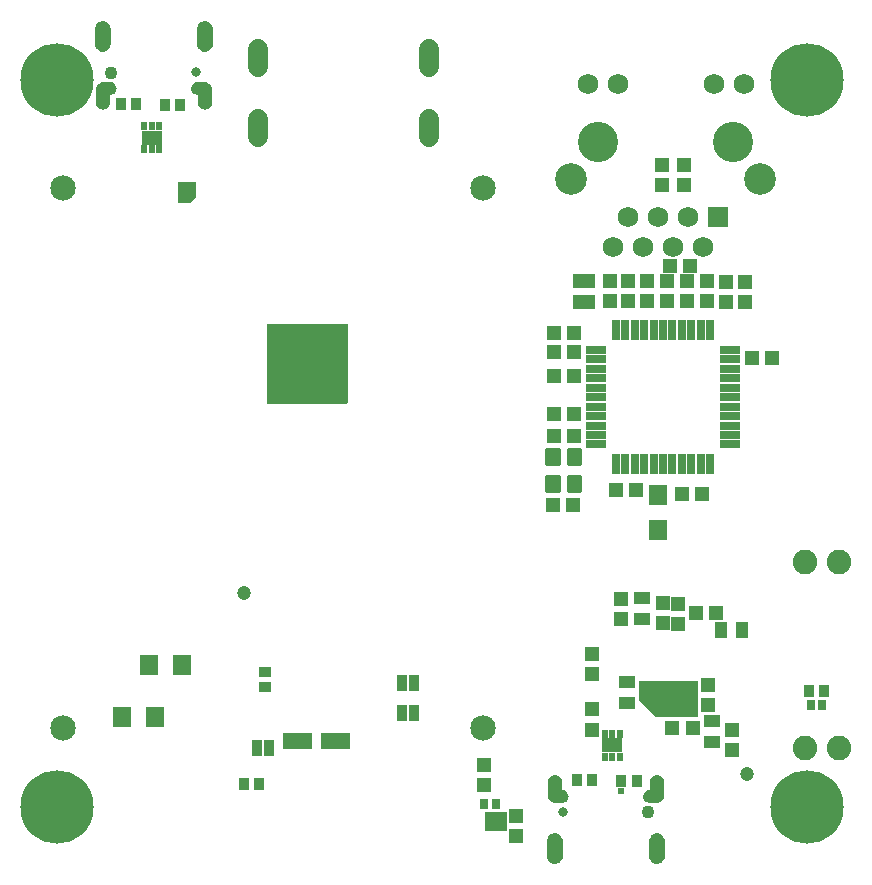
<source format=gbr>
G04 EAGLE Gerber RS-274X export*
G75*
%MOMM*%
%FSLAX34Y34*%
%LPD*%
%INSoldermask Bottom*%
%IPPOS*%
%AMOC8*
5,1,8,0,0,1.08239X$1,22.5*%
G01*
%ADD10C,2.153200*%
%ADD11C,1.701800*%
%ADD12C,1.103200*%
%ADD13C,1.203200*%
%ADD14R,0.838200X1.473200*%
%ADD15C,0.803200*%
%ADD16R,1.603200X1.803200*%
%ADD17R,0.903200X1.103200*%
%ADD18C,2.082800*%
%ADD19R,0.503200X0.653200*%
%ADD20R,1.803200X1.203200*%
%ADD21R,1.203200X1.303200*%
%ADD22R,1.303200X1.203200*%
%ADD23R,1.403200X1.003200*%
%ADD24R,1.003200X1.403200*%
%ADD25R,0.803200X0.903200*%
%ADD26R,1.103200X0.903200*%
%ADD27R,1.983200X1.223200*%
%ADD28R,1.727200X1.727200*%
%ADD29C,1.727200*%
%ADD30C,2.679700*%
%ADD31C,3.403600*%
%ADD32R,1.703200X0.753200*%
%ADD33R,0.753200X1.703200*%
%ADD34C,0.312766*%
%ADD35C,6.203200*%
%ADD36C,0.609600*%

G36*
X290020Y396242D02*
X290020Y396242D01*
X290039Y396240D01*
X290141Y396262D01*
X290243Y396279D01*
X290260Y396288D01*
X290280Y396292D01*
X290369Y396345D01*
X290460Y396394D01*
X290474Y396408D01*
X290491Y396418D01*
X290558Y396497D01*
X290630Y396572D01*
X290638Y396590D01*
X290651Y396605D01*
X290690Y396701D01*
X290733Y396795D01*
X290735Y396815D01*
X290743Y396833D01*
X290761Y397000D01*
X290761Y463000D01*
X290758Y463020D01*
X290760Y463039D01*
X290738Y463141D01*
X290722Y463243D01*
X290712Y463260D01*
X290708Y463280D01*
X290655Y463369D01*
X290606Y463460D01*
X290592Y463474D01*
X290582Y463491D01*
X290503Y463558D01*
X290428Y463630D01*
X290410Y463638D01*
X290395Y463651D01*
X290299Y463690D01*
X290205Y463733D01*
X290185Y463735D01*
X290167Y463743D01*
X290000Y463761D01*
X223000Y463761D01*
X222980Y463758D01*
X222961Y463760D01*
X222859Y463738D01*
X222757Y463722D01*
X222740Y463712D01*
X222720Y463708D01*
X222631Y463655D01*
X222540Y463606D01*
X222526Y463592D01*
X222509Y463582D01*
X222442Y463503D01*
X222371Y463428D01*
X222362Y463410D01*
X222349Y463395D01*
X222310Y463299D01*
X222267Y463205D01*
X222265Y463185D01*
X222257Y463167D01*
X222239Y463000D01*
X222239Y397000D01*
X222242Y396980D01*
X222240Y396961D01*
X222262Y396859D01*
X222279Y396757D01*
X222288Y396740D01*
X222292Y396720D01*
X222345Y396631D01*
X222394Y396540D01*
X222408Y396526D01*
X222418Y396509D01*
X222497Y396442D01*
X222572Y396371D01*
X222590Y396362D01*
X222605Y396349D01*
X222701Y396310D01*
X222795Y396267D01*
X222815Y396265D01*
X222833Y396257D01*
X223000Y396239D01*
X290000Y396239D01*
X290020Y396242D01*
G37*
G36*
X587020Y131242D02*
X587020Y131242D01*
X587039Y131240D01*
X587141Y131262D01*
X587243Y131279D01*
X587260Y131288D01*
X587280Y131292D01*
X587369Y131345D01*
X587460Y131394D01*
X587474Y131408D01*
X587491Y131418D01*
X587558Y131497D01*
X587630Y131572D01*
X587638Y131590D01*
X587651Y131605D01*
X587690Y131701D01*
X587733Y131795D01*
X587735Y131815D01*
X587743Y131833D01*
X587761Y132000D01*
X587761Y161000D01*
X587758Y161020D01*
X587760Y161039D01*
X587738Y161141D01*
X587722Y161243D01*
X587712Y161260D01*
X587708Y161280D01*
X587655Y161369D01*
X587606Y161460D01*
X587592Y161474D01*
X587582Y161491D01*
X587503Y161558D01*
X587428Y161630D01*
X587410Y161638D01*
X587395Y161651D01*
X587299Y161690D01*
X587205Y161733D01*
X587185Y161735D01*
X587167Y161743D01*
X587000Y161761D01*
X538000Y161761D01*
X537980Y161758D01*
X537961Y161760D01*
X537859Y161738D01*
X537757Y161722D01*
X537740Y161712D01*
X537720Y161708D01*
X537631Y161655D01*
X537540Y161606D01*
X537526Y161592D01*
X537509Y161582D01*
X537442Y161503D01*
X537371Y161428D01*
X537362Y161410D01*
X537349Y161395D01*
X537310Y161299D01*
X537267Y161205D01*
X537265Y161185D01*
X537257Y161167D01*
X537239Y161000D01*
X537239Y145610D01*
X537254Y145520D01*
X537261Y145429D01*
X537273Y145399D01*
X537279Y145367D01*
X537321Y145287D01*
X537357Y145203D01*
X537383Y145171D01*
X537394Y145150D01*
X537417Y145128D01*
X537462Y145072D01*
X551072Y131462D01*
X551146Y131409D01*
X551215Y131349D01*
X551245Y131337D01*
X551271Y131318D01*
X551358Y131291D01*
X551443Y131257D01*
X551484Y131253D01*
X551507Y131246D01*
X551539Y131247D01*
X551610Y131239D01*
X587000Y131239D01*
X587020Y131242D01*
G37*
G36*
X472233Y58073D02*
X472233Y58073D01*
X472235Y58071D01*
X473308Y58177D01*
X473313Y58182D01*
X473317Y58179D01*
X474349Y58492D01*
X474353Y58497D01*
X474358Y58495D01*
X475309Y59003D01*
X475312Y59010D01*
X475317Y59009D01*
X476150Y59693D01*
X476152Y59700D01*
X476157Y59700D01*
X476841Y60533D01*
X476841Y60540D01*
X476847Y60541D01*
X477355Y61492D01*
X477354Y61499D01*
X477358Y61501D01*
X477671Y62533D01*
X477670Y62537D01*
X477672Y62539D01*
X477671Y62541D01*
X477673Y62542D01*
X477779Y63615D01*
X477775Y63621D01*
X477779Y63625D01*
X477673Y64698D01*
X477668Y64703D01*
X477671Y64707D01*
X477358Y65739D01*
X477353Y65743D01*
X477355Y65748D01*
X476847Y66699D01*
X476840Y66702D01*
X476841Y66707D01*
X476157Y67540D01*
X476150Y67542D01*
X476150Y67547D01*
X475317Y68231D01*
X475310Y68231D01*
X475309Y68237D01*
X474358Y68745D01*
X474351Y68744D01*
X474349Y68748D01*
X473317Y69061D01*
X473311Y69059D01*
X473308Y69063D01*
X472279Y69165D01*
X472279Y75520D01*
X472277Y75523D01*
X472279Y75525D01*
X472164Y76695D01*
X472159Y76701D01*
X472162Y76705D01*
X471820Y77830D01*
X471815Y77835D01*
X471817Y77839D01*
X471262Y78877D01*
X471256Y78880D01*
X471257Y78885D01*
X470511Y79794D01*
X470504Y79796D01*
X470504Y79801D01*
X469595Y80547D01*
X469587Y80547D01*
X469587Y80552D01*
X468549Y81107D01*
X468542Y81106D01*
X468540Y81110D01*
X467415Y81452D01*
X467408Y81449D01*
X467405Y81454D01*
X466235Y81569D01*
X466233Y81568D01*
X466233Y81569D01*
X466227Y81569D01*
X466226Y81568D01*
X466225Y81569D01*
X465055Y81454D01*
X465049Y81449D01*
X465045Y81452D01*
X463920Y81110D01*
X463915Y81105D01*
X463911Y81107D01*
X462873Y80552D01*
X462870Y80546D01*
X462865Y80547D01*
X461956Y79801D01*
X461954Y79794D01*
X461949Y79794D01*
X461203Y78885D01*
X461203Y78877D01*
X461198Y78877D01*
X460643Y77839D01*
X460644Y77832D01*
X460640Y77830D01*
X460598Y77692D01*
X460597Y77692D01*
X460403Y77051D01*
X460298Y76705D01*
X460301Y76698D01*
X460296Y76695D01*
X460181Y75525D01*
X460183Y75522D01*
X460181Y75520D01*
X460181Y64520D01*
X460183Y64517D01*
X460181Y64515D01*
X460296Y63345D01*
X460301Y63339D01*
X460298Y63335D01*
X460640Y62210D01*
X460645Y62205D01*
X460643Y62201D01*
X461198Y61163D01*
X461204Y61160D01*
X461203Y61155D01*
X461949Y60246D01*
X461956Y60244D01*
X461956Y60239D01*
X462865Y59493D01*
X462873Y59493D01*
X462873Y59488D01*
X463407Y59202D01*
X463643Y59009D01*
X463650Y59009D01*
X463651Y59003D01*
X464602Y58495D01*
X464609Y58496D01*
X464611Y58492D01*
X465643Y58179D01*
X465650Y58181D01*
X465652Y58177D01*
X466725Y58071D01*
X466728Y58073D01*
X466730Y58071D01*
X472230Y58071D01*
X472233Y58073D01*
G37*
G36*
X552133Y58073D02*
X552133Y58073D01*
X552135Y58071D01*
X553208Y58177D01*
X553213Y58182D01*
X553217Y58179D01*
X554249Y58492D01*
X554253Y58497D01*
X554258Y58495D01*
X555209Y59003D01*
X555212Y59010D01*
X555217Y59009D01*
X555453Y59202D01*
X555987Y59488D01*
X555990Y59494D01*
X555995Y59493D01*
X556904Y60239D01*
X556906Y60246D01*
X556911Y60246D01*
X557657Y61155D01*
X557657Y61163D01*
X557662Y61163D01*
X558217Y62201D01*
X558216Y62208D01*
X558220Y62210D01*
X558337Y62594D01*
X558531Y63235D01*
X558562Y63335D01*
X558559Y63342D01*
X558564Y63345D01*
X558679Y64515D01*
X558677Y64518D01*
X558679Y64520D01*
X558679Y75520D01*
X558677Y75523D01*
X558679Y75525D01*
X558564Y76695D01*
X558559Y76701D01*
X558562Y76705D01*
X558220Y77830D01*
X558215Y77835D01*
X558217Y77839D01*
X557662Y78877D01*
X557656Y78880D01*
X557657Y78885D01*
X556911Y79794D01*
X556904Y79796D01*
X556904Y79801D01*
X555995Y80547D01*
X555987Y80547D01*
X555987Y80552D01*
X554949Y81107D01*
X554942Y81106D01*
X554940Y81110D01*
X553815Y81452D01*
X553808Y81449D01*
X553805Y81454D01*
X552635Y81569D01*
X552633Y81568D01*
X552633Y81569D01*
X552627Y81569D01*
X552626Y81568D01*
X552625Y81569D01*
X551455Y81454D01*
X551449Y81449D01*
X551445Y81452D01*
X550320Y81110D01*
X550315Y81105D01*
X550311Y81107D01*
X549273Y80552D01*
X549270Y80546D01*
X549265Y80547D01*
X548356Y79801D01*
X548354Y79794D01*
X548349Y79794D01*
X547603Y78885D01*
X547603Y78877D01*
X547598Y78877D01*
X547043Y77839D01*
X547044Y77832D01*
X547040Y77830D01*
X546998Y77692D01*
X546997Y77692D01*
X546803Y77051D01*
X546698Y76705D01*
X546701Y76698D01*
X546696Y76695D01*
X546581Y75525D01*
X546583Y75522D01*
X546581Y75520D01*
X546581Y69165D01*
X545552Y69063D01*
X545547Y69058D01*
X545543Y69061D01*
X544511Y68748D01*
X544507Y68743D01*
X544502Y68745D01*
X543551Y68237D01*
X543548Y68230D01*
X543543Y68231D01*
X542710Y67547D01*
X542708Y67540D01*
X542703Y67540D01*
X542019Y66707D01*
X542019Y66700D01*
X542013Y66699D01*
X541505Y65748D01*
X541506Y65741D01*
X541502Y65739D01*
X541189Y64707D01*
X541191Y64701D01*
X541187Y64698D01*
X541081Y63625D01*
X541085Y63619D01*
X541081Y63615D01*
X541187Y62542D01*
X541192Y62537D01*
X541189Y62533D01*
X541502Y61501D01*
X541507Y61497D01*
X541505Y61492D01*
X542013Y60541D01*
X542020Y60538D01*
X542019Y60533D01*
X542703Y59700D01*
X542710Y59698D01*
X542710Y59693D01*
X543543Y59009D01*
X543550Y59009D01*
X543551Y59003D01*
X544502Y58495D01*
X544509Y58496D01*
X544511Y58492D01*
X545543Y58179D01*
X545550Y58181D01*
X545552Y58177D01*
X546625Y58071D01*
X546628Y58073D01*
X546630Y58071D01*
X552130Y58071D01*
X552133Y58073D01*
G37*
G36*
X84675Y645216D02*
X84675Y645216D01*
X84681Y645221D01*
X84685Y645218D01*
X85810Y645560D01*
X85815Y645565D01*
X85819Y645563D01*
X86857Y646118D01*
X86860Y646124D01*
X86865Y646123D01*
X87774Y646869D01*
X87776Y646876D01*
X87781Y646876D01*
X88527Y647785D01*
X88527Y647793D01*
X88532Y647793D01*
X89087Y648831D01*
X89086Y648838D01*
X89090Y648840D01*
X89207Y649224D01*
X89401Y649865D01*
X89432Y649965D01*
X89429Y649972D01*
X89434Y649975D01*
X89549Y651145D01*
X89547Y651148D01*
X89549Y651150D01*
X89549Y657505D01*
X90578Y657607D01*
X90583Y657612D01*
X90587Y657609D01*
X91619Y657922D01*
X91623Y657927D01*
X91628Y657925D01*
X92579Y658433D01*
X92582Y658440D01*
X92587Y658439D01*
X93420Y659123D01*
X93422Y659130D01*
X93427Y659130D01*
X94111Y659963D01*
X94111Y659970D01*
X94117Y659971D01*
X94625Y660922D01*
X94624Y660929D01*
X94628Y660931D01*
X94941Y661963D01*
X94940Y661967D01*
X94942Y661969D01*
X94941Y661971D01*
X94943Y661972D01*
X95049Y663045D01*
X95045Y663051D01*
X95049Y663055D01*
X94943Y664128D01*
X94938Y664133D01*
X94941Y664137D01*
X94628Y665169D01*
X94623Y665173D01*
X94625Y665178D01*
X94117Y666129D01*
X94110Y666132D01*
X94111Y666137D01*
X93427Y666970D01*
X93420Y666972D01*
X93420Y666977D01*
X92587Y667661D01*
X92580Y667661D01*
X92579Y667667D01*
X91628Y668175D01*
X91621Y668174D01*
X91619Y668178D01*
X90587Y668491D01*
X90581Y668489D01*
X90578Y668493D01*
X89505Y668599D01*
X89502Y668597D01*
X89500Y668599D01*
X84000Y668599D01*
X83997Y668597D01*
X83995Y668599D01*
X82922Y668493D01*
X82917Y668488D01*
X82913Y668491D01*
X81881Y668178D01*
X81877Y668173D01*
X81872Y668175D01*
X80921Y667667D01*
X80918Y667660D01*
X80913Y667661D01*
X80677Y667468D01*
X80143Y667182D01*
X80140Y667176D01*
X80135Y667177D01*
X79226Y666431D01*
X79224Y666424D01*
X79219Y666424D01*
X78473Y665515D01*
X78473Y665507D01*
X78468Y665507D01*
X77913Y664469D01*
X77914Y664462D01*
X77910Y664460D01*
X77868Y664322D01*
X77867Y664322D01*
X77673Y663681D01*
X77568Y663335D01*
X77571Y663328D01*
X77566Y663325D01*
X77451Y662155D01*
X77453Y662152D01*
X77451Y662150D01*
X77451Y651150D01*
X77453Y651147D01*
X77451Y651145D01*
X77566Y649975D01*
X77571Y649969D01*
X77568Y649965D01*
X77910Y648840D01*
X77915Y648835D01*
X77913Y648831D01*
X78468Y647793D01*
X78474Y647790D01*
X78473Y647785D01*
X79219Y646876D01*
X79226Y646874D01*
X79226Y646869D01*
X80135Y646123D01*
X80143Y646123D01*
X80143Y646118D01*
X81181Y645563D01*
X81188Y645564D01*
X81190Y645560D01*
X82315Y645218D01*
X82322Y645221D01*
X82325Y645216D01*
X83495Y645101D01*
X83501Y645105D01*
X83505Y645101D01*
X84675Y645216D01*
G37*
G36*
X171075Y645216D02*
X171075Y645216D01*
X171081Y645221D01*
X171085Y645218D01*
X172210Y645560D01*
X172215Y645565D01*
X172219Y645563D01*
X173257Y646118D01*
X173260Y646124D01*
X173265Y646123D01*
X174174Y646869D01*
X174176Y646876D01*
X174181Y646876D01*
X174927Y647785D01*
X174927Y647793D01*
X174932Y647793D01*
X175487Y648831D01*
X175486Y648838D01*
X175490Y648840D01*
X175607Y649224D01*
X175801Y649865D01*
X175832Y649965D01*
X175829Y649972D01*
X175834Y649975D01*
X175949Y651145D01*
X175947Y651148D01*
X175949Y651150D01*
X175949Y662150D01*
X175947Y662153D01*
X175949Y662155D01*
X175834Y663325D01*
X175829Y663331D01*
X175832Y663335D01*
X175490Y664460D01*
X175485Y664465D01*
X175487Y664469D01*
X174932Y665507D01*
X174926Y665510D01*
X174927Y665515D01*
X174181Y666424D01*
X174174Y666426D01*
X174174Y666431D01*
X173265Y667177D01*
X173257Y667177D01*
X173257Y667182D01*
X172723Y667468D01*
X172487Y667661D01*
X172480Y667661D01*
X172479Y667667D01*
X171528Y668175D01*
X171521Y668174D01*
X171519Y668178D01*
X170487Y668491D01*
X170481Y668489D01*
X170478Y668493D01*
X169405Y668599D01*
X169402Y668597D01*
X169400Y668599D01*
X163900Y668599D01*
X163897Y668597D01*
X163895Y668599D01*
X162822Y668493D01*
X162817Y668488D01*
X162813Y668491D01*
X161781Y668178D01*
X161777Y668173D01*
X161772Y668175D01*
X160821Y667667D01*
X160818Y667660D01*
X160813Y667661D01*
X159980Y666977D01*
X159978Y666970D01*
X159973Y666970D01*
X159289Y666137D01*
X159289Y666130D01*
X159283Y666129D01*
X158775Y665178D01*
X158776Y665171D01*
X158772Y665169D01*
X158459Y664137D01*
X158461Y664131D01*
X158457Y664128D01*
X158351Y663055D01*
X158355Y663049D01*
X158351Y663045D01*
X158457Y661972D01*
X158462Y661967D01*
X158459Y661963D01*
X158772Y660931D01*
X158777Y660927D01*
X158775Y660922D01*
X159283Y659971D01*
X159290Y659968D01*
X159289Y659963D01*
X159973Y659130D01*
X159980Y659128D01*
X159980Y659123D01*
X160813Y658439D01*
X160820Y658439D01*
X160821Y658433D01*
X161772Y657925D01*
X161779Y657926D01*
X161781Y657922D01*
X162813Y657609D01*
X162820Y657611D01*
X162822Y657607D01*
X163851Y657505D01*
X163851Y651150D01*
X163853Y651147D01*
X163851Y651145D01*
X163966Y649975D01*
X163971Y649969D01*
X163968Y649965D01*
X164310Y648840D01*
X164315Y648835D01*
X164313Y648831D01*
X164868Y647793D01*
X164874Y647790D01*
X164873Y647785D01*
X165619Y646876D01*
X165626Y646874D01*
X165626Y646869D01*
X166535Y646123D01*
X166543Y646123D01*
X166543Y646118D01*
X167581Y645563D01*
X167588Y645564D01*
X167590Y645560D01*
X168715Y645218D01*
X168722Y645221D01*
X168725Y645216D01*
X169895Y645101D01*
X169901Y645105D01*
X169905Y645101D01*
X171075Y645216D01*
G37*
G36*
X425020Y34242D02*
X425020Y34242D01*
X425039Y34240D01*
X425141Y34262D01*
X425243Y34279D01*
X425260Y34288D01*
X425280Y34292D01*
X425369Y34345D01*
X425460Y34394D01*
X425474Y34408D01*
X425491Y34418D01*
X425558Y34497D01*
X425630Y34572D01*
X425638Y34590D01*
X425651Y34605D01*
X425690Y34701D01*
X425733Y34795D01*
X425735Y34815D01*
X425743Y34833D01*
X425761Y35000D01*
X425761Y50000D01*
X425758Y50020D01*
X425760Y50039D01*
X425738Y50141D01*
X425722Y50243D01*
X425712Y50260D01*
X425708Y50280D01*
X425655Y50369D01*
X425606Y50460D01*
X425592Y50474D01*
X425582Y50491D01*
X425503Y50558D01*
X425428Y50630D01*
X425410Y50638D01*
X425395Y50651D01*
X425299Y50690D01*
X425205Y50733D01*
X425185Y50735D01*
X425167Y50743D01*
X425000Y50761D01*
X408000Y50761D01*
X407980Y50758D01*
X407961Y50760D01*
X407859Y50738D01*
X407757Y50722D01*
X407740Y50712D01*
X407720Y50708D01*
X407631Y50655D01*
X407540Y50606D01*
X407526Y50592D01*
X407509Y50582D01*
X407442Y50503D01*
X407371Y50428D01*
X407362Y50410D01*
X407349Y50395D01*
X407310Y50299D01*
X407267Y50205D01*
X407265Y50185D01*
X407257Y50167D01*
X407239Y50000D01*
X407239Y35000D01*
X407242Y34980D01*
X407240Y34961D01*
X407262Y34859D01*
X407279Y34757D01*
X407288Y34740D01*
X407292Y34720D01*
X407345Y34631D01*
X407394Y34540D01*
X407408Y34526D01*
X407418Y34509D01*
X407497Y34442D01*
X407572Y34371D01*
X407590Y34362D01*
X407605Y34349D01*
X407701Y34310D01*
X407795Y34267D01*
X407815Y34265D01*
X407833Y34257D01*
X408000Y34239D01*
X425000Y34239D01*
X425020Y34242D01*
G37*
G36*
X84773Y694226D02*
X84773Y694226D01*
X84778Y694231D01*
X84782Y694228D01*
X86002Y694598D01*
X86006Y694604D01*
X86011Y694601D01*
X87134Y695202D01*
X87137Y695209D01*
X87142Y695207D01*
X88127Y696016D01*
X88129Y696023D01*
X88134Y696023D01*
X88943Y697008D01*
X88943Y697015D01*
X88948Y697016D01*
X89549Y698139D01*
X89548Y698147D01*
X89552Y698148D01*
X89922Y699368D01*
X89920Y699374D01*
X89924Y699377D01*
X90049Y700645D01*
X90047Y700648D01*
X90049Y700650D01*
X90049Y713650D01*
X90047Y713653D01*
X90049Y713655D01*
X89924Y714923D01*
X89919Y714928D01*
X89922Y714932D01*
X89552Y716152D01*
X89547Y716156D01*
X89549Y716161D01*
X88948Y717284D01*
X88941Y717287D01*
X88943Y717292D01*
X88134Y718277D01*
X88127Y718279D01*
X88127Y718284D01*
X87142Y719093D01*
X87135Y719093D01*
X87134Y719098D01*
X86011Y719699D01*
X86004Y719698D01*
X86002Y719702D01*
X84782Y720072D01*
X84776Y720070D01*
X84773Y720074D01*
X83505Y720199D01*
X83499Y720195D01*
X83495Y720199D01*
X82227Y720074D01*
X82222Y720069D01*
X82218Y720072D01*
X80998Y719702D01*
X80994Y719697D01*
X80989Y719699D01*
X79866Y719098D01*
X79863Y719091D01*
X79858Y719093D01*
X78873Y718284D01*
X78871Y718277D01*
X78866Y718277D01*
X78057Y717292D01*
X78057Y717285D01*
X78052Y717284D01*
X77451Y716161D01*
X77452Y716154D01*
X77448Y716152D01*
X77078Y714932D01*
X77080Y714926D01*
X77076Y714923D01*
X76951Y713655D01*
X76953Y713652D01*
X76951Y713650D01*
X76951Y700650D01*
X76953Y700647D01*
X76951Y700645D01*
X77076Y699377D01*
X77081Y699372D01*
X77078Y699368D01*
X77448Y698148D01*
X77454Y698144D01*
X77451Y698139D01*
X78052Y697016D01*
X78059Y697013D01*
X78057Y697008D01*
X78866Y696023D01*
X78873Y696021D01*
X78873Y696016D01*
X79858Y695207D01*
X79865Y695207D01*
X79866Y695202D01*
X80989Y694601D01*
X80997Y694602D01*
X80998Y694598D01*
X82218Y694228D01*
X82224Y694230D01*
X82227Y694226D01*
X83495Y694101D01*
X83501Y694105D01*
X83505Y694101D01*
X84773Y694226D01*
G37*
G36*
X171173Y694226D02*
X171173Y694226D01*
X171178Y694231D01*
X171182Y694228D01*
X172402Y694598D01*
X172406Y694604D01*
X172411Y694601D01*
X173534Y695202D01*
X173537Y695209D01*
X173542Y695207D01*
X174527Y696016D01*
X174529Y696023D01*
X174534Y696023D01*
X175343Y697008D01*
X175343Y697015D01*
X175348Y697016D01*
X175949Y698139D01*
X175948Y698147D01*
X175952Y698148D01*
X176322Y699368D01*
X176320Y699374D01*
X176324Y699377D01*
X176449Y700645D01*
X176447Y700648D01*
X176449Y700650D01*
X176449Y713650D01*
X176447Y713653D01*
X176449Y713655D01*
X176324Y714923D01*
X176319Y714928D01*
X176322Y714932D01*
X175952Y716152D01*
X175947Y716156D01*
X175949Y716161D01*
X175348Y717284D01*
X175341Y717287D01*
X175343Y717292D01*
X174534Y718277D01*
X174527Y718279D01*
X174527Y718284D01*
X173542Y719093D01*
X173535Y719093D01*
X173534Y719098D01*
X172411Y719699D01*
X172404Y719698D01*
X172402Y719702D01*
X171182Y720072D01*
X171176Y720070D01*
X171173Y720074D01*
X169905Y720199D01*
X169899Y720195D01*
X169895Y720199D01*
X168627Y720074D01*
X168622Y720069D01*
X168618Y720072D01*
X167398Y719702D01*
X167394Y719697D01*
X167389Y719699D01*
X166266Y719098D01*
X166263Y719091D01*
X166258Y719093D01*
X165273Y718284D01*
X165271Y718277D01*
X165266Y718277D01*
X164457Y717292D01*
X164457Y717285D01*
X164452Y717284D01*
X163851Y716161D01*
X163852Y716154D01*
X163848Y716152D01*
X163478Y714932D01*
X163480Y714926D01*
X163476Y714923D01*
X163351Y713655D01*
X163353Y713652D01*
X163351Y713650D01*
X163351Y700650D01*
X163353Y700647D01*
X163351Y700645D01*
X163476Y699377D01*
X163481Y699372D01*
X163478Y699368D01*
X163848Y698148D01*
X163854Y698144D01*
X163851Y698139D01*
X164452Y697016D01*
X164459Y697013D01*
X164457Y697008D01*
X165266Y696023D01*
X165273Y696021D01*
X165273Y696016D01*
X166258Y695207D01*
X166265Y695207D01*
X166266Y695202D01*
X167389Y694601D01*
X167397Y694602D01*
X167398Y694598D01*
X168618Y694228D01*
X168624Y694230D01*
X168627Y694226D01*
X169895Y694101D01*
X169901Y694105D01*
X169905Y694101D01*
X171173Y694226D01*
G37*
G36*
X467503Y6596D02*
X467503Y6596D01*
X467508Y6601D01*
X467512Y6598D01*
X468732Y6968D01*
X468736Y6974D01*
X468741Y6971D01*
X469864Y7572D01*
X469867Y7579D01*
X469872Y7577D01*
X470857Y8386D01*
X470859Y8393D01*
X470864Y8393D01*
X471673Y9378D01*
X471673Y9385D01*
X471678Y9386D01*
X472279Y10509D01*
X472278Y10517D01*
X472282Y10518D01*
X472652Y11738D01*
X472650Y11744D01*
X472654Y11747D01*
X472779Y13015D01*
X472777Y13018D01*
X472779Y13020D01*
X472779Y26020D01*
X472777Y26023D01*
X472779Y26025D01*
X472654Y27293D01*
X472649Y27298D01*
X472652Y27302D01*
X472282Y28522D01*
X472277Y28526D01*
X472279Y28531D01*
X471678Y29654D01*
X471671Y29657D01*
X471673Y29662D01*
X470864Y30647D01*
X470857Y30649D01*
X470857Y30654D01*
X469872Y31463D01*
X469865Y31463D01*
X469864Y31468D01*
X468741Y32069D01*
X468734Y32068D01*
X468732Y32072D01*
X467512Y32442D01*
X467506Y32440D01*
X467503Y32444D01*
X466235Y32569D01*
X466229Y32565D01*
X466225Y32569D01*
X464957Y32444D01*
X464952Y32439D01*
X464948Y32442D01*
X463728Y32072D01*
X463724Y32067D01*
X463719Y32069D01*
X462596Y31468D01*
X462593Y31461D01*
X462588Y31463D01*
X461603Y30654D01*
X461601Y30647D01*
X461596Y30647D01*
X460787Y29662D01*
X460787Y29655D01*
X460782Y29654D01*
X460181Y28531D01*
X460182Y28524D01*
X460178Y28522D01*
X459808Y27302D01*
X459810Y27296D01*
X459806Y27293D01*
X459681Y26025D01*
X459683Y26022D01*
X459681Y26020D01*
X459681Y13020D01*
X459683Y13017D01*
X459681Y13015D01*
X459806Y11747D01*
X459811Y11742D01*
X459808Y11738D01*
X460178Y10518D01*
X460184Y10514D01*
X460181Y10509D01*
X460782Y9386D01*
X460789Y9383D01*
X460787Y9378D01*
X461596Y8393D01*
X461603Y8391D01*
X461603Y8386D01*
X462588Y7577D01*
X462595Y7577D01*
X462596Y7572D01*
X463719Y6971D01*
X463727Y6972D01*
X463728Y6968D01*
X464948Y6598D01*
X464954Y6600D01*
X464957Y6596D01*
X466225Y6471D01*
X466231Y6475D01*
X466235Y6471D01*
X467503Y6596D01*
G37*
G36*
X553903Y6596D02*
X553903Y6596D01*
X553908Y6601D01*
X553912Y6598D01*
X555132Y6968D01*
X555136Y6974D01*
X555141Y6971D01*
X556264Y7572D01*
X556267Y7579D01*
X556272Y7577D01*
X557257Y8386D01*
X557259Y8393D01*
X557264Y8393D01*
X558073Y9378D01*
X558073Y9385D01*
X558078Y9386D01*
X558679Y10509D01*
X558678Y10517D01*
X558682Y10518D01*
X559052Y11738D01*
X559050Y11744D01*
X559054Y11747D01*
X559179Y13015D01*
X559177Y13018D01*
X559179Y13020D01*
X559179Y26020D01*
X559177Y26023D01*
X559179Y26025D01*
X559054Y27293D01*
X559049Y27298D01*
X559052Y27302D01*
X558682Y28522D01*
X558677Y28526D01*
X558679Y28531D01*
X558078Y29654D01*
X558071Y29657D01*
X558073Y29662D01*
X557264Y30647D01*
X557257Y30649D01*
X557257Y30654D01*
X556272Y31463D01*
X556265Y31463D01*
X556264Y31468D01*
X555141Y32069D01*
X555134Y32068D01*
X555132Y32072D01*
X553912Y32442D01*
X553906Y32440D01*
X553903Y32444D01*
X552635Y32569D01*
X552629Y32565D01*
X552625Y32569D01*
X551357Y32444D01*
X551352Y32439D01*
X551348Y32442D01*
X550128Y32072D01*
X550124Y32067D01*
X550119Y32069D01*
X548996Y31468D01*
X548993Y31461D01*
X548988Y31463D01*
X548003Y30654D01*
X548001Y30647D01*
X547996Y30647D01*
X547187Y29662D01*
X547187Y29655D01*
X547182Y29654D01*
X546581Y28531D01*
X546582Y28524D01*
X546578Y28522D01*
X546208Y27302D01*
X546210Y27296D01*
X546206Y27293D01*
X546081Y26025D01*
X546083Y26022D01*
X546081Y26020D01*
X546081Y13020D01*
X546083Y13017D01*
X546081Y13015D01*
X546206Y11747D01*
X546211Y11742D01*
X546208Y11738D01*
X546578Y10518D01*
X546584Y10514D01*
X546581Y10509D01*
X547182Y9386D01*
X547189Y9383D01*
X547187Y9378D01*
X547996Y8393D01*
X548003Y8391D01*
X548003Y8386D01*
X548988Y7577D01*
X548995Y7577D01*
X548996Y7572D01*
X550119Y6971D01*
X550127Y6972D01*
X550128Y6968D01*
X551348Y6598D01*
X551354Y6600D01*
X551357Y6596D01*
X552625Y6471D01*
X552631Y6475D01*
X552635Y6471D01*
X553903Y6596D01*
G37*
G36*
X157090Y566254D02*
X157090Y566254D01*
X157181Y566261D01*
X157211Y566273D01*
X157243Y566279D01*
X157323Y566321D01*
X157407Y566357D01*
X157439Y566383D01*
X157460Y566394D01*
X157482Y566417D01*
X157538Y566462D01*
X162538Y571462D01*
X162591Y571536D01*
X162651Y571605D01*
X162663Y571635D01*
X162682Y571661D01*
X162709Y571748D01*
X162743Y571833D01*
X162747Y571874D01*
X162754Y571897D01*
X162753Y571929D01*
X162761Y572000D01*
X162761Y583000D01*
X162759Y583014D01*
X162760Y583026D01*
X162759Y583030D01*
X162760Y583039D01*
X162738Y583141D01*
X162722Y583243D01*
X162712Y583260D01*
X162708Y583280D01*
X162655Y583369D01*
X162606Y583460D01*
X162592Y583474D01*
X162582Y583491D01*
X162503Y583558D01*
X162428Y583630D01*
X162410Y583638D01*
X162395Y583651D01*
X162299Y583690D01*
X162205Y583733D01*
X162185Y583735D01*
X162167Y583743D01*
X162000Y583761D01*
X148000Y583761D01*
X147980Y583758D01*
X147961Y583760D01*
X147859Y583738D01*
X147757Y583722D01*
X147740Y583712D01*
X147720Y583708D01*
X147631Y583655D01*
X147540Y583606D01*
X147526Y583592D01*
X147509Y583582D01*
X147442Y583503D01*
X147371Y583428D01*
X147362Y583410D01*
X147349Y583395D01*
X147310Y583299D01*
X147267Y583205D01*
X147265Y583185D01*
X147257Y583167D01*
X147239Y583000D01*
X147239Y567000D01*
X147242Y566980D01*
X147240Y566961D01*
X147262Y566859D01*
X147279Y566757D01*
X147288Y566740D01*
X147292Y566720D01*
X147345Y566631D01*
X147394Y566540D01*
X147408Y566526D01*
X147418Y566509D01*
X147497Y566442D01*
X147572Y566371D01*
X147590Y566362D01*
X147605Y566349D01*
X147701Y566310D01*
X147795Y566267D01*
X147815Y566265D01*
X147833Y566257D01*
X148000Y566239D01*
X157000Y566239D01*
X157090Y566254D01*
G37*
D10*
X405000Y578600D03*
X405000Y121400D03*
X49400Y121400D03*
X49400Y578600D03*
D11*
X360000Y681603D02*
X360000Y696589D01*
X215000Y696589D02*
X215000Y681603D01*
X215000Y636989D02*
X215000Y622003D01*
X360000Y622003D02*
X360000Y636989D01*
D12*
X360000Y621996D03*
X360000Y636996D03*
X360000Y626496D03*
X360000Y632496D03*
X360000Y681496D03*
X360000Y696496D03*
X360000Y685996D03*
X360000Y691996D03*
X215000Y621996D03*
X215000Y636996D03*
X215000Y626496D03*
X215000Y632496D03*
X215000Y681496D03*
X215000Y685996D03*
X215000Y696496D03*
X215000Y691996D03*
D13*
X203376Y235621D03*
D14*
X224560Y105000D03*
X214400Y105000D03*
D12*
X90700Y676000D03*
D15*
X162700Y676650D03*
D12*
X545430Y50670D03*
D15*
X473430Y50020D03*
D14*
X336920Y159320D03*
X347080Y159320D03*
X336629Y134061D03*
X346789Y134061D03*
X272372Y110500D03*
X280500Y110500D03*
X288628Y110500D03*
X256128Y110500D03*
X248000Y110500D03*
X239872Y110500D03*
D16*
X99360Y130880D03*
X127360Y130880D03*
D17*
X215620Y74390D03*
X202620Y74390D03*
D18*
X706778Y104480D03*
X677822Y104480D03*
D19*
X118440Y630920D03*
X118440Y611420D03*
X124940Y630920D03*
X131440Y630920D03*
X124940Y611420D03*
X131440Y611420D03*
D20*
X124940Y621170D03*
D17*
X148850Y649310D03*
X135850Y649310D03*
X98620Y649860D03*
X111620Y649860D03*
D19*
X521260Y97140D03*
X521260Y116640D03*
X514760Y97140D03*
X508260Y97140D03*
X514760Y116640D03*
X508260Y116640D03*
D20*
X514760Y106890D03*
D17*
X535600Y76990D03*
X522600Y76990D03*
X484860Y77920D03*
X497860Y77920D03*
D21*
X557410Y227280D03*
X557410Y210280D03*
D22*
X582730Y121670D03*
X565730Y121670D03*
D23*
X599460Y109380D03*
X599460Y127380D03*
X526950Y160670D03*
X526950Y142670D03*
D21*
X570280Y226930D03*
X570280Y209930D03*
D24*
X625000Y204670D03*
X607000Y204670D03*
D23*
X539750Y231690D03*
X539750Y213690D03*
D21*
X521850Y213560D03*
X521850Y230560D03*
D22*
X585670Y219200D03*
X602670Y219200D03*
D21*
X595690Y140970D03*
X595690Y157970D03*
X616380Y102560D03*
X616380Y119560D03*
X497294Y120216D03*
X497294Y137216D03*
X497420Y184510D03*
X497420Y167510D03*
X406160Y89910D03*
X406160Y72910D03*
D25*
X416050Y57560D03*
X406050Y57560D03*
D21*
X433060Y29910D03*
X433060Y46910D03*
D13*
X629180Y82830D03*
D25*
X682700Y141340D03*
X692700Y141340D03*
D17*
X680940Y152870D03*
X693940Y152870D03*
D26*
X220670Y168930D03*
X220670Y155930D03*
D16*
X122750Y175080D03*
X150750Y175080D03*
D22*
X482250Y387500D03*
X465250Y387500D03*
X517812Y323377D03*
X534812Y323377D03*
D21*
X512742Y482730D03*
X512742Y499730D03*
D22*
X561122Y482730D03*
X561122Y499730D03*
X544610Y482730D03*
X544610Y499730D03*
X594580Y482730D03*
X594580Y499730D03*
X577830Y482730D03*
X577830Y499730D03*
D21*
X626840Y482520D03*
X626840Y499520D03*
D27*
X490958Y482044D03*
X490958Y499844D03*
D21*
X482050Y419620D03*
X465050Y419620D03*
X482250Y439860D03*
X465250Y439860D03*
D28*
X604450Y554228D03*
D29*
X591750Y528828D03*
X579050Y554228D03*
X566350Y528828D03*
X553650Y554228D03*
X540950Y528828D03*
X528250Y554228D03*
X515550Y528828D03*
D30*
X640010Y585978D03*
X479990Y585978D03*
D29*
X493960Y666750D03*
X519360Y666750D03*
X626040Y666750D03*
X600640Y666750D03*
D31*
X617150Y617728D03*
X502850Y617728D03*
D22*
X563260Y512990D03*
X580260Y512990D03*
D32*
X614732Y401648D03*
X614732Y409648D03*
X614732Y417648D03*
X614732Y425648D03*
X614732Y433648D03*
X614732Y441648D03*
X614732Y361648D03*
X614732Y369648D03*
X614732Y377648D03*
X614732Y385648D03*
X614732Y393648D03*
X500732Y401648D03*
X500732Y409648D03*
X500732Y417648D03*
X500732Y377648D03*
X500732Y393648D03*
X500732Y385648D03*
X500732Y369648D03*
X500732Y361648D03*
X500732Y441648D03*
X500732Y433648D03*
X500732Y425648D03*
D33*
X557732Y458648D03*
X565732Y458648D03*
X573732Y458648D03*
X581732Y458648D03*
X589732Y458648D03*
X597732Y458648D03*
X517732Y458648D03*
X525732Y458648D03*
X533732Y458648D03*
X541732Y458648D03*
X549732Y458648D03*
X557732Y344648D03*
X565732Y344648D03*
X573732Y344648D03*
X581732Y344648D03*
X589732Y344648D03*
X597732Y344648D03*
X517732Y344648D03*
X525732Y344648D03*
X549732Y344648D03*
X541732Y344648D03*
X533732Y344648D03*
D16*
X553715Y318995D03*
X553715Y288995D03*
D21*
X482250Y456048D03*
X465250Y456048D03*
D22*
X464420Y310560D03*
X481420Y310560D03*
X482250Y368660D03*
X465250Y368660D03*
D21*
X528380Y482730D03*
X528380Y499730D03*
D22*
X611290Y499520D03*
X611290Y482520D03*
D21*
X556590Y598580D03*
X556590Y581580D03*
X575380Y598580D03*
X575380Y581580D03*
X649970Y435080D03*
X632970Y435080D03*
D34*
X469702Y334052D02*
X469702Y322148D01*
X459798Y322148D01*
X459798Y334052D01*
X469702Y334052D01*
X469702Y325120D02*
X459798Y325120D01*
X459798Y328092D02*
X469702Y328092D01*
X469702Y331064D02*
X459798Y331064D01*
X459798Y334036D02*
X469702Y334036D01*
X469702Y345148D02*
X469702Y357052D01*
X469702Y345148D02*
X459798Y345148D01*
X459798Y357052D01*
X469702Y357052D01*
X469702Y348120D02*
X459798Y348120D01*
X459798Y351092D02*
X469702Y351092D01*
X469702Y354064D02*
X459798Y354064D01*
X459798Y357036D02*
X469702Y357036D01*
X487702Y357052D02*
X487702Y345148D01*
X477798Y345148D01*
X477798Y357052D01*
X487702Y357052D01*
X487702Y348120D02*
X477798Y348120D01*
X477798Y351092D02*
X487702Y351092D01*
X487702Y354064D02*
X477798Y354064D01*
X477798Y357036D02*
X487702Y357036D01*
X487702Y334052D02*
X487702Y322148D01*
X477798Y322148D01*
X477798Y334052D01*
X487702Y334052D01*
X487702Y325120D02*
X477798Y325120D01*
X477798Y328092D02*
X487702Y328092D01*
X487702Y331064D02*
X477798Y331064D01*
X477798Y334036D02*
X487702Y334036D01*
D21*
X573560Y320000D03*
X590560Y320000D03*
D18*
X706778Y262500D03*
X677822Y262500D03*
D35*
X45000Y670000D03*
X680000Y55000D03*
X45000Y55000D03*
X680000Y670000D03*
D36*
X522236Y68554D03*
M02*

</source>
